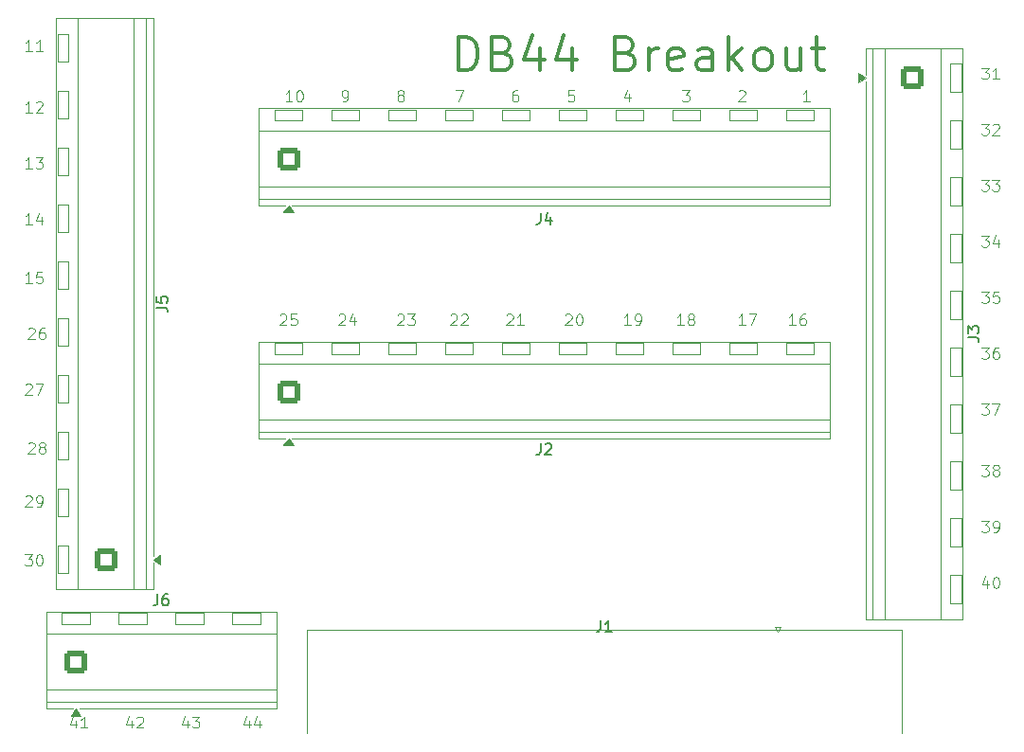
<source format=gto>
G04 #@! TF.GenerationSoftware,KiCad,Pcbnew,9.0.4*
G04 #@! TF.CreationDate,2025-12-21T19:52:19-05:00*
G04 #@! TF.ProjectId,DB44_breakout,44423434-5f62-4726-9561-6b6f75742e6b,rev?*
G04 #@! TF.SameCoordinates,Original*
G04 #@! TF.FileFunction,Legend,Top*
G04 #@! TF.FilePolarity,Positive*
%FSLAX46Y46*%
G04 Gerber Fmt 4.6, Leading zero omitted, Abs format (unit mm)*
G04 Created by KiCad (PCBNEW 9.0.4) date 2025-12-21 19:52:19*
%MOMM*%
%LPD*%
G01*
G04 APERTURE LIST*
G04 Aperture macros list*
%AMRoundRect*
0 Rectangle with rounded corners*
0 $1 Rounding radius*
0 $2 $3 $4 $5 $6 $7 $8 $9 X,Y pos of 4 corners*
0 Add a 4 corners polygon primitive as box body*
4,1,4,$2,$3,$4,$5,$6,$7,$8,$9,$2,$3,0*
0 Add four circle primitives for the rounded corners*
1,1,$1+$1,$2,$3*
1,1,$1+$1,$4,$5*
1,1,$1+$1,$6,$7*
1,1,$1+$1,$8,$9*
0 Add four rect primitives between the rounded corners*
20,1,$1+$1,$2,$3,$4,$5,0*
20,1,$1+$1,$4,$5,$6,$7,0*
20,1,$1+$1,$6,$7,$8,$9,0*
20,1,$1+$1,$8,$9,$2,$3,0*%
G04 Aperture macros list end*
%ADD10C,0.100000*%
%ADD11C,0.375000*%
%ADD12C,0.150000*%
%ADD13C,0.120000*%
%ADD14RoundRect,0.250001X-0.799999X-0.799999X0.799999X-0.799999X0.799999X0.799999X-0.799999X0.799999X0*%
%ADD15C,2.100000*%
%ADD16RoundRect,0.250001X0.799999X-0.799999X0.799999X0.799999X-0.799999X0.799999X-0.799999X-0.799999X0*%
%ADD17RoundRect,0.250001X-0.799999X0.799999X-0.799999X-0.799999X0.799999X-0.799999X0.799999X0.799999X0*%
%ADD18C,4.000000*%
%ADD19R,1.600000X1.600000*%
%ADD20C,1.600000*%
G04 APERTURE END LIST*
D10*
X178208646Y-67372419D02*
X178827693Y-67372419D01*
X178827693Y-67372419D02*
X178494360Y-67753371D01*
X178494360Y-67753371D02*
X178637217Y-67753371D01*
X178637217Y-67753371D02*
X178732455Y-67800990D01*
X178732455Y-67800990D02*
X178780074Y-67848609D01*
X178780074Y-67848609D02*
X178827693Y-67943847D01*
X178827693Y-67943847D02*
X178827693Y-68181942D01*
X178827693Y-68181942D02*
X178780074Y-68277180D01*
X178780074Y-68277180D02*
X178732455Y-68324800D01*
X178732455Y-68324800D02*
X178637217Y-68372419D01*
X178637217Y-68372419D02*
X178351503Y-68372419D01*
X178351503Y-68372419D02*
X178256265Y-68324800D01*
X178256265Y-68324800D02*
X178208646Y-68277180D01*
X179684836Y-67705752D02*
X179684836Y-68372419D01*
X179446741Y-67324800D02*
X179208646Y-68039085D01*
X179208646Y-68039085D02*
X179827693Y-68039085D01*
X141006265Y-74467657D02*
X141053884Y-74420038D01*
X141053884Y-74420038D02*
X141149122Y-74372419D01*
X141149122Y-74372419D02*
X141387217Y-74372419D01*
X141387217Y-74372419D02*
X141482455Y-74420038D01*
X141482455Y-74420038D02*
X141530074Y-74467657D01*
X141530074Y-74467657D02*
X141577693Y-74562895D01*
X141577693Y-74562895D02*
X141577693Y-74658133D01*
X141577693Y-74658133D02*
X141530074Y-74800990D01*
X141530074Y-74800990D02*
X140958646Y-75372419D01*
X140958646Y-75372419D02*
X141577693Y-75372419D01*
X142196741Y-74372419D02*
X142291979Y-74372419D01*
X142291979Y-74372419D02*
X142387217Y-74420038D01*
X142387217Y-74420038D02*
X142434836Y-74467657D01*
X142434836Y-74467657D02*
X142482455Y-74562895D01*
X142482455Y-74562895D02*
X142530074Y-74753371D01*
X142530074Y-74753371D02*
X142530074Y-74991466D01*
X142530074Y-74991466D02*
X142482455Y-75181942D01*
X142482455Y-75181942D02*
X142434836Y-75277180D01*
X142434836Y-75277180D02*
X142387217Y-75324800D01*
X142387217Y-75324800D02*
X142291979Y-75372419D01*
X142291979Y-75372419D02*
X142196741Y-75372419D01*
X142196741Y-75372419D02*
X142101503Y-75324800D01*
X142101503Y-75324800D02*
X142053884Y-75277180D01*
X142053884Y-75277180D02*
X142006265Y-75181942D01*
X142006265Y-75181942D02*
X141958646Y-74991466D01*
X141958646Y-74991466D02*
X141958646Y-74753371D01*
X141958646Y-74753371D02*
X142006265Y-74562895D01*
X142006265Y-74562895D02*
X142053884Y-74467657D01*
X142053884Y-74467657D02*
X142101503Y-74420038D01*
X142101503Y-74420038D02*
X142196741Y-74372419D01*
X121101503Y-55372419D02*
X121291979Y-55372419D01*
X121291979Y-55372419D02*
X121387217Y-55324800D01*
X121387217Y-55324800D02*
X121434836Y-55277180D01*
X121434836Y-55277180D02*
X121530074Y-55134323D01*
X121530074Y-55134323D02*
X121577693Y-54943847D01*
X121577693Y-54943847D02*
X121577693Y-54562895D01*
X121577693Y-54562895D02*
X121530074Y-54467657D01*
X121530074Y-54467657D02*
X121482455Y-54420038D01*
X121482455Y-54420038D02*
X121387217Y-54372419D01*
X121387217Y-54372419D02*
X121196741Y-54372419D01*
X121196741Y-54372419D02*
X121101503Y-54420038D01*
X121101503Y-54420038D02*
X121053884Y-54467657D01*
X121053884Y-54467657D02*
X121006265Y-54562895D01*
X121006265Y-54562895D02*
X121006265Y-54800990D01*
X121006265Y-54800990D02*
X121053884Y-54896228D01*
X121053884Y-54896228D02*
X121101503Y-54943847D01*
X121101503Y-54943847D02*
X121196741Y-54991466D01*
X121196741Y-54991466D02*
X121387217Y-54991466D01*
X121387217Y-54991466D02*
X121482455Y-54943847D01*
X121482455Y-54943847D02*
X121530074Y-54896228D01*
X121530074Y-54896228D02*
X121577693Y-54800990D01*
X92708646Y-95862419D02*
X93327693Y-95862419D01*
X93327693Y-95862419D02*
X92994360Y-96243371D01*
X92994360Y-96243371D02*
X93137217Y-96243371D01*
X93137217Y-96243371D02*
X93232455Y-96290990D01*
X93232455Y-96290990D02*
X93280074Y-96338609D01*
X93280074Y-96338609D02*
X93327693Y-96433847D01*
X93327693Y-96433847D02*
X93327693Y-96671942D01*
X93327693Y-96671942D02*
X93280074Y-96767180D01*
X93280074Y-96767180D02*
X93232455Y-96814800D01*
X93232455Y-96814800D02*
X93137217Y-96862419D01*
X93137217Y-96862419D02*
X92851503Y-96862419D01*
X92851503Y-96862419D02*
X92756265Y-96814800D01*
X92756265Y-96814800D02*
X92708646Y-96767180D01*
X93946741Y-95862419D02*
X94041979Y-95862419D01*
X94041979Y-95862419D02*
X94137217Y-95910038D01*
X94137217Y-95910038D02*
X94184836Y-95957657D01*
X94184836Y-95957657D02*
X94232455Y-96052895D01*
X94232455Y-96052895D02*
X94280074Y-96243371D01*
X94280074Y-96243371D02*
X94280074Y-96481466D01*
X94280074Y-96481466D02*
X94232455Y-96671942D01*
X94232455Y-96671942D02*
X94184836Y-96767180D01*
X94184836Y-96767180D02*
X94137217Y-96814800D01*
X94137217Y-96814800D02*
X94041979Y-96862419D01*
X94041979Y-96862419D02*
X93946741Y-96862419D01*
X93946741Y-96862419D02*
X93851503Y-96814800D01*
X93851503Y-96814800D02*
X93803884Y-96767180D01*
X93803884Y-96767180D02*
X93756265Y-96671942D01*
X93756265Y-96671942D02*
X93708646Y-96481466D01*
X93708646Y-96481466D02*
X93708646Y-96243371D01*
X93708646Y-96243371D02*
X93756265Y-96052895D01*
X93756265Y-96052895D02*
X93803884Y-95957657D01*
X93803884Y-95957657D02*
X93851503Y-95910038D01*
X93851503Y-95910038D02*
X93946741Y-95862419D01*
X178208646Y-57372419D02*
X178827693Y-57372419D01*
X178827693Y-57372419D02*
X178494360Y-57753371D01*
X178494360Y-57753371D02*
X178637217Y-57753371D01*
X178637217Y-57753371D02*
X178732455Y-57800990D01*
X178732455Y-57800990D02*
X178780074Y-57848609D01*
X178780074Y-57848609D02*
X178827693Y-57943847D01*
X178827693Y-57943847D02*
X178827693Y-58181942D01*
X178827693Y-58181942D02*
X178780074Y-58277180D01*
X178780074Y-58277180D02*
X178732455Y-58324800D01*
X178732455Y-58324800D02*
X178637217Y-58372419D01*
X178637217Y-58372419D02*
X178351503Y-58372419D01*
X178351503Y-58372419D02*
X178256265Y-58324800D01*
X178256265Y-58324800D02*
X178208646Y-58277180D01*
X179208646Y-57467657D02*
X179256265Y-57420038D01*
X179256265Y-57420038D02*
X179351503Y-57372419D01*
X179351503Y-57372419D02*
X179589598Y-57372419D01*
X179589598Y-57372419D02*
X179684836Y-57420038D01*
X179684836Y-57420038D02*
X179732455Y-57467657D01*
X179732455Y-57467657D02*
X179780074Y-57562895D01*
X179780074Y-57562895D02*
X179780074Y-57658133D01*
X179780074Y-57658133D02*
X179732455Y-57800990D01*
X179732455Y-57800990D02*
X179161027Y-58372419D01*
X179161027Y-58372419D02*
X179780074Y-58372419D01*
X115506265Y-74467657D02*
X115553884Y-74420038D01*
X115553884Y-74420038D02*
X115649122Y-74372419D01*
X115649122Y-74372419D02*
X115887217Y-74372419D01*
X115887217Y-74372419D02*
X115982455Y-74420038D01*
X115982455Y-74420038D02*
X116030074Y-74467657D01*
X116030074Y-74467657D02*
X116077693Y-74562895D01*
X116077693Y-74562895D02*
X116077693Y-74658133D01*
X116077693Y-74658133D02*
X116030074Y-74800990D01*
X116030074Y-74800990D02*
X115458646Y-75372419D01*
X115458646Y-75372419D02*
X116077693Y-75372419D01*
X116982455Y-74372419D02*
X116506265Y-74372419D01*
X116506265Y-74372419D02*
X116458646Y-74848609D01*
X116458646Y-74848609D02*
X116506265Y-74800990D01*
X116506265Y-74800990D02*
X116601503Y-74753371D01*
X116601503Y-74753371D02*
X116839598Y-74753371D01*
X116839598Y-74753371D02*
X116934836Y-74800990D01*
X116934836Y-74800990D02*
X116982455Y-74848609D01*
X116982455Y-74848609D02*
X117030074Y-74943847D01*
X117030074Y-74943847D02*
X117030074Y-75181942D01*
X117030074Y-75181942D02*
X116982455Y-75277180D01*
X116982455Y-75277180D02*
X116934836Y-75324800D01*
X116934836Y-75324800D02*
X116839598Y-75372419D01*
X116839598Y-75372419D02*
X116601503Y-75372419D01*
X116601503Y-75372419D02*
X116506265Y-75324800D01*
X116506265Y-75324800D02*
X116458646Y-75277180D01*
X135756265Y-74467657D02*
X135803884Y-74420038D01*
X135803884Y-74420038D02*
X135899122Y-74372419D01*
X135899122Y-74372419D02*
X136137217Y-74372419D01*
X136137217Y-74372419D02*
X136232455Y-74420038D01*
X136232455Y-74420038D02*
X136280074Y-74467657D01*
X136280074Y-74467657D02*
X136327693Y-74562895D01*
X136327693Y-74562895D02*
X136327693Y-74658133D01*
X136327693Y-74658133D02*
X136280074Y-74800990D01*
X136280074Y-74800990D02*
X135708646Y-75372419D01*
X135708646Y-75372419D02*
X136327693Y-75372419D01*
X137280074Y-75372419D02*
X136708646Y-75372419D01*
X136994360Y-75372419D02*
X136994360Y-74372419D01*
X136994360Y-74372419D02*
X136899122Y-74515276D01*
X136899122Y-74515276D02*
X136803884Y-74610514D01*
X136803884Y-74610514D02*
X136708646Y-74658133D01*
X157077693Y-75372419D02*
X156506265Y-75372419D01*
X156791979Y-75372419D02*
X156791979Y-74372419D01*
X156791979Y-74372419D02*
X156696741Y-74515276D01*
X156696741Y-74515276D02*
X156601503Y-74610514D01*
X156601503Y-74610514D02*
X156506265Y-74658133D01*
X157411027Y-74372419D02*
X158077693Y-74372419D01*
X158077693Y-74372419D02*
X157649122Y-75372419D01*
X130756265Y-74467657D02*
X130803884Y-74420038D01*
X130803884Y-74420038D02*
X130899122Y-74372419D01*
X130899122Y-74372419D02*
X131137217Y-74372419D01*
X131137217Y-74372419D02*
X131232455Y-74420038D01*
X131232455Y-74420038D02*
X131280074Y-74467657D01*
X131280074Y-74467657D02*
X131327693Y-74562895D01*
X131327693Y-74562895D02*
X131327693Y-74658133D01*
X131327693Y-74658133D02*
X131280074Y-74800990D01*
X131280074Y-74800990D02*
X130708646Y-75372419D01*
X130708646Y-75372419D02*
X131327693Y-75372419D01*
X131708646Y-74467657D02*
X131756265Y-74420038D01*
X131756265Y-74420038D02*
X131851503Y-74372419D01*
X131851503Y-74372419D02*
X132089598Y-74372419D01*
X132089598Y-74372419D02*
X132184836Y-74420038D01*
X132184836Y-74420038D02*
X132232455Y-74467657D01*
X132232455Y-74467657D02*
X132280074Y-74562895D01*
X132280074Y-74562895D02*
X132280074Y-74658133D01*
X132280074Y-74658133D02*
X132232455Y-74800990D01*
X132232455Y-74800990D02*
X131661027Y-75372419D01*
X131661027Y-75372419D02*
X132280074Y-75372419D01*
X93327693Y-50862419D02*
X92756265Y-50862419D01*
X93041979Y-50862419D02*
X93041979Y-49862419D01*
X93041979Y-49862419D02*
X92946741Y-50005276D01*
X92946741Y-50005276D02*
X92851503Y-50100514D01*
X92851503Y-50100514D02*
X92756265Y-50148133D01*
X94280074Y-50862419D02*
X93708646Y-50862419D01*
X93994360Y-50862419D02*
X93994360Y-49862419D01*
X93994360Y-49862419D02*
X93899122Y-50005276D01*
X93899122Y-50005276D02*
X93803884Y-50100514D01*
X93803884Y-50100514D02*
X93708646Y-50148133D01*
X161577693Y-75372419D02*
X161006265Y-75372419D01*
X161291979Y-75372419D02*
X161291979Y-74372419D01*
X161291979Y-74372419D02*
X161196741Y-74515276D01*
X161196741Y-74515276D02*
X161101503Y-74610514D01*
X161101503Y-74610514D02*
X161006265Y-74658133D01*
X162434836Y-74372419D02*
X162244360Y-74372419D01*
X162244360Y-74372419D02*
X162149122Y-74420038D01*
X162149122Y-74420038D02*
X162101503Y-74467657D01*
X162101503Y-74467657D02*
X162006265Y-74610514D01*
X162006265Y-74610514D02*
X161958646Y-74800990D01*
X161958646Y-74800990D02*
X161958646Y-75181942D01*
X161958646Y-75181942D02*
X162006265Y-75277180D01*
X162006265Y-75277180D02*
X162053884Y-75324800D01*
X162053884Y-75324800D02*
X162149122Y-75372419D01*
X162149122Y-75372419D02*
X162339598Y-75372419D01*
X162339598Y-75372419D02*
X162434836Y-75324800D01*
X162434836Y-75324800D02*
X162482455Y-75277180D01*
X162482455Y-75277180D02*
X162530074Y-75181942D01*
X162530074Y-75181942D02*
X162530074Y-74943847D01*
X162530074Y-74943847D02*
X162482455Y-74848609D01*
X162482455Y-74848609D02*
X162434836Y-74800990D01*
X162434836Y-74800990D02*
X162339598Y-74753371D01*
X162339598Y-74753371D02*
X162149122Y-74753371D01*
X162149122Y-74753371D02*
X162053884Y-74800990D01*
X162053884Y-74800990D02*
X162006265Y-74848609D01*
X162006265Y-74848609D02*
X161958646Y-74943847D01*
X178208646Y-82372419D02*
X178827693Y-82372419D01*
X178827693Y-82372419D02*
X178494360Y-82753371D01*
X178494360Y-82753371D02*
X178637217Y-82753371D01*
X178637217Y-82753371D02*
X178732455Y-82800990D01*
X178732455Y-82800990D02*
X178780074Y-82848609D01*
X178780074Y-82848609D02*
X178827693Y-82943847D01*
X178827693Y-82943847D02*
X178827693Y-83181942D01*
X178827693Y-83181942D02*
X178780074Y-83277180D01*
X178780074Y-83277180D02*
X178732455Y-83324800D01*
X178732455Y-83324800D02*
X178637217Y-83372419D01*
X178637217Y-83372419D02*
X178351503Y-83372419D01*
X178351503Y-83372419D02*
X178256265Y-83324800D01*
X178256265Y-83324800D02*
X178208646Y-83277180D01*
X179161027Y-82372419D02*
X179827693Y-82372419D01*
X179827693Y-82372419D02*
X179399122Y-83372419D01*
X92756265Y-90707657D02*
X92803884Y-90660038D01*
X92803884Y-90660038D02*
X92899122Y-90612419D01*
X92899122Y-90612419D02*
X93137217Y-90612419D01*
X93137217Y-90612419D02*
X93232455Y-90660038D01*
X93232455Y-90660038D02*
X93280074Y-90707657D01*
X93280074Y-90707657D02*
X93327693Y-90802895D01*
X93327693Y-90802895D02*
X93327693Y-90898133D01*
X93327693Y-90898133D02*
X93280074Y-91040990D01*
X93280074Y-91040990D02*
X92708646Y-91612419D01*
X92708646Y-91612419D02*
X93327693Y-91612419D01*
X93803884Y-91612419D02*
X93994360Y-91612419D01*
X93994360Y-91612419D02*
X94089598Y-91564800D01*
X94089598Y-91564800D02*
X94137217Y-91517180D01*
X94137217Y-91517180D02*
X94232455Y-91374323D01*
X94232455Y-91374323D02*
X94280074Y-91183847D01*
X94280074Y-91183847D02*
X94280074Y-90802895D01*
X94280074Y-90802895D02*
X94232455Y-90707657D01*
X94232455Y-90707657D02*
X94184836Y-90660038D01*
X94184836Y-90660038D02*
X94089598Y-90612419D01*
X94089598Y-90612419D02*
X93899122Y-90612419D01*
X93899122Y-90612419D02*
X93803884Y-90660038D01*
X93803884Y-90660038D02*
X93756265Y-90707657D01*
X93756265Y-90707657D02*
X93708646Y-90802895D01*
X93708646Y-90802895D02*
X93708646Y-91040990D01*
X93708646Y-91040990D02*
X93756265Y-91136228D01*
X93756265Y-91136228D02*
X93803884Y-91183847D01*
X93803884Y-91183847D02*
X93899122Y-91231466D01*
X93899122Y-91231466D02*
X94089598Y-91231466D01*
X94089598Y-91231466D02*
X94184836Y-91183847D01*
X94184836Y-91183847D02*
X94232455Y-91136228D01*
X94232455Y-91136228D02*
X94280074Y-91040990D01*
X93006265Y-75707657D02*
X93053884Y-75660038D01*
X93053884Y-75660038D02*
X93149122Y-75612419D01*
X93149122Y-75612419D02*
X93387217Y-75612419D01*
X93387217Y-75612419D02*
X93482455Y-75660038D01*
X93482455Y-75660038D02*
X93530074Y-75707657D01*
X93530074Y-75707657D02*
X93577693Y-75802895D01*
X93577693Y-75802895D02*
X93577693Y-75898133D01*
X93577693Y-75898133D02*
X93530074Y-76040990D01*
X93530074Y-76040990D02*
X92958646Y-76612419D01*
X92958646Y-76612419D02*
X93577693Y-76612419D01*
X94434836Y-75612419D02*
X94244360Y-75612419D01*
X94244360Y-75612419D02*
X94149122Y-75660038D01*
X94149122Y-75660038D02*
X94101503Y-75707657D01*
X94101503Y-75707657D02*
X94006265Y-75850514D01*
X94006265Y-75850514D02*
X93958646Y-76040990D01*
X93958646Y-76040990D02*
X93958646Y-76421942D01*
X93958646Y-76421942D02*
X94006265Y-76517180D01*
X94006265Y-76517180D02*
X94053884Y-76564800D01*
X94053884Y-76564800D02*
X94149122Y-76612419D01*
X94149122Y-76612419D02*
X94339598Y-76612419D01*
X94339598Y-76612419D02*
X94434836Y-76564800D01*
X94434836Y-76564800D02*
X94482455Y-76517180D01*
X94482455Y-76517180D02*
X94530074Y-76421942D01*
X94530074Y-76421942D02*
X94530074Y-76183847D01*
X94530074Y-76183847D02*
X94482455Y-76088609D01*
X94482455Y-76088609D02*
X94434836Y-76040990D01*
X94434836Y-76040990D02*
X94339598Y-75993371D01*
X94339598Y-75993371D02*
X94149122Y-75993371D01*
X94149122Y-75993371D02*
X94053884Y-76040990D01*
X94053884Y-76040990D02*
X94006265Y-76088609D01*
X94006265Y-76088609D02*
X93958646Y-76183847D01*
X151458646Y-54372419D02*
X152077693Y-54372419D01*
X152077693Y-54372419D02*
X151744360Y-54753371D01*
X151744360Y-54753371D02*
X151887217Y-54753371D01*
X151887217Y-54753371D02*
X151982455Y-54800990D01*
X151982455Y-54800990D02*
X152030074Y-54848609D01*
X152030074Y-54848609D02*
X152077693Y-54943847D01*
X152077693Y-54943847D02*
X152077693Y-55181942D01*
X152077693Y-55181942D02*
X152030074Y-55277180D01*
X152030074Y-55277180D02*
X151982455Y-55324800D01*
X151982455Y-55324800D02*
X151887217Y-55372419D01*
X151887217Y-55372419D02*
X151601503Y-55372419D01*
X151601503Y-55372419D02*
X151506265Y-55324800D01*
X151506265Y-55324800D02*
X151458646Y-55277180D01*
X178208646Y-77372419D02*
X178827693Y-77372419D01*
X178827693Y-77372419D02*
X178494360Y-77753371D01*
X178494360Y-77753371D02*
X178637217Y-77753371D01*
X178637217Y-77753371D02*
X178732455Y-77800990D01*
X178732455Y-77800990D02*
X178780074Y-77848609D01*
X178780074Y-77848609D02*
X178827693Y-77943847D01*
X178827693Y-77943847D02*
X178827693Y-78181942D01*
X178827693Y-78181942D02*
X178780074Y-78277180D01*
X178780074Y-78277180D02*
X178732455Y-78324800D01*
X178732455Y-78324800D02*
X178637217Y-78372419D01*
X178637217Y-78372419D02*
X178351503Y-78372419D01*
X178351503Y-78372419D02*
X178256265Y-78324800D01*
X178256265Y-78324800D02*
X178208646Y-78277180D01*
X179684836Y-77372419D02*
X179494360Y-77372419D01*
X179494360Y-77372419D02*
X179399122Y-77420038D01*
X179399122Y-77420038D02*
X179351503Y-77467657D01*
X179351503Y-77467657D02*
X179256265Y-77610514D01*
X179256265Y-77610514D02*
X179208646Y-77800990D01*
X179208646Y-77800990D02*
X179208646Y-78181942D01*
X179208646Y-78181942D02*
X179256265Y-78277180D01*
X179256265Y-78277180D02*
X179303884Y-78324800D01*
X179303884Y-78324800D02*
X179399122Y-78372419D01*
X179399122Y-78372419D02*
X179589598Y-78372419D01*
X179589598Y-78372419D02*
X179684836Y-78324800D01*
X179684836Y-78324800D02*
X179732455Y-78277180D01*
X179732455Y-78277180D02*
X179780074Y-78181942D01*
X179780074Y-78181942D02*
X179780074Y-77943847D01*
X179780074Y-77943847D02*
X179732455Y-77848609D01*
X179732455Y-77848609D02*
X179684836Y-77800990D01*
X179684836Y-77800990D02*
X179589598Y-77753371D01*
X179589598Y-77753371D02*
X179399122Y-77753371D01*
X179399122Y-77753371D02*
X179303884Y-77800990D01*
X179303884Y-77800990D02*
X179256265Y-77848609D01*
X179256265Y-77848609D02*
X179208646Y-77943847D01*
X93327693Y-61362419D02*
X92756265Y-61362419D01*
X93041979Y-61362419D02*
X93041979Y-60362419D01*
X93041979Y-60362419D02*
X92946741Y-60505276D01*
X92946741Y-60505276D02*
X92851503Y-60600514D01*
X92851503Y-60600514D02*
X92756265Y-60648133D01*
X93661027Y-60362419D02*
X94280074Y-60362419D01*
X94280074Y-60362419D02*
X93946741Y-60743371D01*
X93946741Y-60743371D02*
X94089598Y-60743371D01*
X94089598Y-60743371D02*
X94184836Y-60790990D01*
X94184836Y-60790990D02*
X94232455Y-60838609D01*
X94232455Y-60838609D02*
X94280074Y-60933847D01*
X94280074Y-60933847D02*
X94280074Y-61171942D01*
X94280074Y-61171942D02*
X94232455Y-61267180D01*
X94232455Y-61267180D02*
X94184836Y-61314800D01*
X94184836Y-61314800D02*
X94089598Y-61362419D01*
X94089598Y-61362419D02*
X93803884Y-61362419D01*
X93803884Y-61362419D02*
X93708646Y-61314800D01*
X93708646Y-61314800D02*
X93661027Y-61267180D01*
X93327693Y-66362419D02*
X92756265Y-66362419D01*
X93041979Y-66362419D02*
X93041979Y-65362419D01*
X93041979Y-65362419D02*
X92946741Y-65505276D01*
X92946741Y-65505276D02*
X92851503Y-65600514D01*
X92851503Y-65600514D02*
X92756265Y-65648133D01*
X94184836Y-65695752D02*
X94184836Y-66362419D01*
X93946741Y-65314800D02*
X93708646Y-66029085D01*
X93708646Y-66029085D02*
X94327693Y-66029085D01*
X93327693Y-71612419D02*
X92756265Y-71612419D01*
X93041979Y-71612419D02*
X93041979Y-70612419D01*
X93041979Y-70612419D02*
X92946741Y-70755276D01*
X92946741Y-70755276D02*
X92851503Y-70850514D01*
X92851503Y-70850514D02*
X92756265Y-70898133D01*
X94232455Y-70612419D02*
X93756265Y-70612419D01*
X93756265Y-70612419D02*
X93708646Y-71088609D01*
X93708646Y-71088609D02*
X93756265Y-71040990D01*
X93756265Y-71040990D02*
X93851503Y-70993371D01*
X93851503Y-70993371D02*
X94089598Y-70993371D01*
X94089598Y-70993371D02*
X94184836Y-71040990D01*
X94184836Y-71040990D02*
X94232455Y-71088609D01*
X94232455Y-71088609D02*
X94280074Y-71183847D01*
X94280074Y-71183847D02*
X94280074Y-71421942D01*
X94280074Y-71421942D02*
X94232455Y-71517180D01*
X94232455Y-71517180D02*
X94184836Y-71564800D01*
X94184836Y-71564800D02*
X94089598Y-71612419D01*
X94089598Y-71612419D02*
X93851503Y-71612419D01*
X93851503Y-71612419D02*
X93756265Y-71564800D01*
X93756265Y-71564800D02*
X93708646Y-71517180D01*
X120756265Y-74467657D02*
X120803884Y-74420038D01*
X120803884Y-74420038D02*
X120899122Y-74372419D01*
X120899122Y-74372419D02*
X121137217Y-74372419D01*
X121137217Y-74372419D02*
X121232455Y-74420038D01*
X121232455Y-74420038D02*
X121280074Y-74467657D01*
X121280074Y-74467657D02*
X121327693Y-74562895D01*
X121327693Y-74562895D02*
X121327693Y-74658133D01*
X121327693Y-74658133D02*
X121280074Y-74800990D01*
X121280074Y-74800990D02*
X120708646Y-75372419D01*
X120708646Y-75372419D02*
X121327693Y-75372419D01*
X122184836Y-74705752D02*
X122184836Y-75372419D01*
X121946741Y-74324800D02*
X121708646Y-75039085D01*
X121708646Y-75039085D02*
X122327693Y-75039085D01*
X116577693Y-55372419D02*
X116006265Y-55372419D01*
X116291979Y-55372419D02*
X116291979Y-54372419D01*
X116291979Y-54372419D02*
X116196741Y-54515276D01*
X116196741Y-54515276D02*
X116101503Y-54610514D01*
X116101503Y-54610514D02*
X116006265Y-54658133D01*
X117196741Y-54372419D02*
X117291979Y-54372419D01*
X117291979Y-54372419D02*
X117387217Y-54420038D01*
X117387217Y-54420038D02*
X117434836Y-54467657D01*
X117434836Y-54467657D02*
X117482455Y-54562895D01*
X117482455Y-54562895D02*
X117530074Y-54753371D01*
X117530074Y-54753371D02*
X117530074Y-54991466D01*
X117530074Y-54991466D02*
X117482455Y-55181942D01*
X117482455Y-55181942D02*
X117434836Y-55277180D01*
X117434836Y-55277180D02*
X117387217Y-55324800D01*
X117387217Y-55324800D02*
X117291979Y-55372419D01*
X117291979Y-55372419D02*
X117196741Y-55372419D01*
X117196741Y-55372419D02*
X117101503Y-55324800D01*
X117101503Y-55324800D02*
X117053884Y-55277180D01*
X117053884Y-55277180D02*
X117006265Y-55181942D01*
X117006265Y-55181942D02*
X116958646Y-54991466D01*
X116958646Y-54991466D02*
X116958646Y-54753371D01*
X116958646Y-54753371D02*
X117006265Y-54562895D01*
X117006265Y-54562895D02*
X117053884Y-54467657D01*
X117053884Y-54467657D02*
X117101503Y-54420038D01*
X117101503Y-54420038D02*
X117196741Y-54372419D01*
X178208646Y-92872419D02*
X178827693Y-92872419D01*
X178827693Y-92872419D02*
X178494360Y-93253371D01*
X178494360Y-93253371D02*
X178637217Y-93253371D01*
X178637217Y-93253371D02*
X178732455Y-93300990D01*
X178732455Y-93300990D02*
X178780074Y-93348609D01*
X178780074Y-93348609D02*
X178827693Y-93443847D01*
X178827693Y-93443847D02*
X178827693Y-93681942D01*
X178827693Y-93681942D02*
X178780074Y-93777180D01*
X178780074Y-93777180D02*
X178732455Y-93824800D01*
X178732455Y-93824800D02*
X178637217Y-93872419D01*
X178637217Y-93872419D02*
X178351503Y-93872419D01*
X178351503Y-93872419D02*
X178256265Y-93824800D01*
X178256265Y-93824800D02*
X178208646Y-93777180D01*
X179303884Y-93872419D02*
X179494360Y-93872419D01*
X179494360Y-93872419D02*
X179589598Y-93824800D01*
X179589598Y-93824800D02*
X179637217Y-93777180D01*
X179637217Y-93777180D02*
X179732455Y-93634323D01*
X179732455Y-93634323D02*
X179780074Y-93443847D01*
X179780074Y-93443847D02*
X179780074Y-93062895D01*
X179780074Y-93062895D02*
X179732455Y-92967657D01*
X179732455Y-92967657D02*
X179684836Y-92920038D01*
X179684836Y-92920038D02*
X179589598Y-92872419D01*
X179589598Y-92872419D02*
X179399122Y-92872419D01*
X179399122Y-92872419D02*
X179303884Y-92920038D01*
X179303884Y-92920038D02*
X179256265Y-92967657D01*
X179256265Y-92967657D02*
X179208646Y-93062895D01*
X179208646Y-93062895D02*
X179208646Y-93300990D01*
X179208646Y-93300990D02*
X179256265Y-93396228D01*
X179256265Y-93396228D02*
X179303884Y-93443847D01*
X179303884Y-93443847D02*
X179399122Y-93491466D01*
X179399122Y-93491466D02*
X179589598Y-93491466D01*
X179589598Y-93491466D02*
X179684836Y-93443847D01*
X179684836Y-93443847D02*
X179732455Y-93396228D01*
X179732455Y-93396228D02*
X179780074Y-93300990D01*
X178208646Y-87872419D02*
X178827693Y-87872419D01*
X178827693Y-87872419D02*
X178494360Y-88253371D01*
X178494360Y-88253371D02*
X178637217Y-88253371D01*
X178637217Y-88253371D02*
X178732455Y-88300990D01*
X178732455Y-88300990D02*
X178780074Y-88348609D01*
X178780074Y-88348609D02*
X178827693Y-88443847D01*
X178827693Y-88443847D02*
X178827693Y-88681942D01*
X178827693Y-88681942D02*
X178780074Y-88777180D01*
X178780074Y-88777180D02*
X178732455Y-88824800D01*
X178732455Y-88824800D02*
X178637217Y-88872419D01*
X178637217Y-88872419D02*
X178351503Y-88872419D01*
X178351503Y-88872419D02*
X178256265Y-88824800D01*
X178256265Y-88824800D02*
X178208646Y-88777180D01*
X179399122Y-88300990D02*
X179303884Y-88253371D01*
X179303884Y-88253371D02*
X179256265Y-88205752D01*
X179256265Y-88205752D02*
X179208646Y-88110514D01*
X179208646Y-88110514D02*
X179208646Y-88062895D01*
X179208646Y-88062895D02*
X179256265Y-87967657D01*
X179256265Y-87967657D02*
X179303884Y-87920038D01*
X179303884Y-87920038D02*
X179399122Y-87872419D01*
X179399122Y-87872419D02*
X179589598Y-87872419D01*
X179589598Y-87872419D02*
X179684836Y-87920038D01*
X179684836Y-87920038D02*
X179732455Y-87967657D01*
X179732455Y-87967657D02*
X179780074Y-88062895D01*
X179780074Y-88062895D02*
X179780074Y-88110514D01*
X179780074Y-88110514D02*
X179732455Y-88205752D01*
X179732455Y-88205752D02*
X179684836Y-88253371D01*
X179684836Y-88253371D02*
X179589598Y-88300990D01*
X179589598Y-88300990D02*
X179399122Y-88300990D01*
X179399122Y-88300990D02*
X179303884Y-88348609D01*
X179303884Y-88348609D02*
X179256265Y-88396228D01*
X179256265Y-88396228D02*
X179208646Y-88491466D01*
X179208646Y-88491466D02*
X179208646Y-88681942D01*
X179208646Y-88681942D02*
X179256265Y-88777180D01*
X179256265Y-88777180D02*
X179303884Y-88824800D01*
X179303884Y-88824800D02*
X179399122Y-88872419D01*
X179399122Y-88872419D02*
X179589598Y-88872419D01*
X179589598Y-88872419D02*
X179684836Y-88824800D01*
X179684836Y-88824800D02*
X179732455Y-88777180D01*
X179732455Y-88777180D02*
X179780074Y-88681942D01*
X179780074Y-88681942D02*
X179780074Y-88491466D01*
X179780074Y-88491466D02*
X179732455Y-88396228D01*
X179732455Y-88396228D02*
X179684836Y-88348609D01*
X179684836Y-88348609D02*
X179589598Y-88300990D01*
X146732455Y-54705752D02*
X146732455Y-55372419D01*
X146494360Y-54324800D02*
X146256265Y-55039085D01*
X146256265Y-55039085D02*
X146875312Y-55039085D01*
X178208646Y-62372419D02*
X178827693Y-62372419D01*
X178827693Y-62372419D02*
X178494360Y-62753371D01*
X178494360Y-62753371D02*
X178637217Y-62753371D01*
X178637217Y-62753371D02*
X178732455Y-62800990D01*
X178732455Y-62800990D02*
X178780074Y-62848609D01*
X178780074Y-62848609D02*
X178827693Y-62943847D01*
X178827693Y-62943847D02*
X178827693Y-63181942D01*
X178827693Y-63181942D02*
X178780074Y-63277180D01*
X178780074Y-63277180D02*
X178732455Y-63324800D01*
X178732455Y-63324800D02*
X178637217Y-63372419D01*
X178637217Y-63372419D02*
X178351503Y-63372419D01*
X178351503Y-63372419D02*
X178256265Y-63324800D01*
X178256265Y-63324800D02*
X178208646Y-63277180D01*
X179161027Y-62372419D02*
X179780074Y-62372419D01*
X179780074Y-62372419D02*
X179446741Y-62753371D01*
X179446741Y-62753371D02*
X179589598Y-62753371D01*
X179589598Y-62753371D02*
X179684836Y-62800990D01*
X179684836Y-62800990D02*
X179732455Y-62848609D01*
X179732455Y-62848609D02*
X179780074Y-62943847D01*
X179780074Y-62943847D02*
X179780074Y-63181942D01*
X179780074Y-63181942D02*
X179732455Y-63277180D01*
X179732455Y-63277180D02*
X179684836Y-63324800D01*
X179684836Y-63324800D02*
X179589598Y-63372419D01*
X179589598Y-63372419D02*
X179303884Y-63372419D01*
X179303884Y-63372419D02*
X179208646Y-63324800D01*
X179208646Y-63324800D02*
X179161027Y-63277180D01*
X107232455Y-110705752D02*
X107232455Y-111372419D01*
X106994360Y-110324800D02*
X106756265Y-111039085D01*
X106756265Y-111039085D02*
X107375312Y-111039085D01*
X107661027Y-110372419D02*
X108280074Y-110372419D01*
X108280074Y-110372419D02*
X107946741Y-110753371D01*
X107946741Y-110753371D02*
X108089598Y-110753371D01*
X108089598Y-110753371D02*
X108184836Y-110800990D01*
X108184836Y-110800990D02*
X108232455Y-110848609D01*
X108232455Y-110848609D02*
X108280074Y-110943847D01*
X108280074Y-110943847D02*
X108280074Y-111181942D01*
X108280074Y-111181942D02*
X108232455Y-111277180D01*
X108232455Y-111277180D02*
X108184836Y-111324800D01*
X108184836Y-111324800D02*
X108089598Y-111372419D01*
X108089598Y-111372419D02*
X107803884Y-111372419D01*
X107803884Y-111372419D02*
X107708646Y-111324800D01*
X107708646Y-111324800D02*
X107661027Y-111277180D01*
X102232455Y-110705752D02*
X102232455Y-111372419D01*
X101994360Y-110324800D02*
X101756265Y-111039085D01*
X101756265Y-111039085D02*
X102375312Y-111039085D01*
X102708646Y-110467657D02*
X102756265Y-110420038D01*
X102756265Y-110420038D02*
X102851503Y-110372419D01*
X102851503Y-110372419D02*
X103089598Y-110372419D01*
X103089598Y-110372419D02*
X103184836Y-110420038D01*
X103184836Y-110420038D02*
X103232455Y-110467657D01*
X103232455Y-110467657D02*
X103280074Y-110562895D01*
X103280074Y-110562895D02*
X103280074Y-110658133D01*
X103280074Y-110658133D02*
X103232455Y-110800990D01*
X103232455Y-110800990D02*
X102661027Y-111372419D01*
X102661027Y-111372419D02*
X103280074Y-111372419D01*
X151577693Y-75372419D02*
X151006265Y-75372419D01*
X151291979Y-75372419D02*
X151291979Y-74372419D01*
X151291979Y-74372419D02*
X151196741Y-74515276D01*
X151196741Y-74515276D02*
X151101503Y-74610514D01*
X151101503Y-74610514D02*
X151006265Y-74658133D01*
X152149122Y-74800990D02*
X152053884Y-74753371D01*
X152053884Y-74753371D02*
X152006265Y-74705752D01*
X152006265Y-74705752D02*
X151958646Y-74610514D01*
X151958646Y-74610514D02*
X151958646Y-74562895D01*
X151958646Y-74562895D02*
X152006265Y-74467657D01*
X152006265Y-74467657D02*
X152053884Y-74420038D01*
X152053884Y-74420038D02*
X152149122Y-74372419D01*
X152149122Y-74372419D02*
X152339598Y-74372419D01*
X152339598Y-74372419D02*
X152434836Y-74420038D01*
X152434836Y-74420038D02*
X152482455Y-74467657D01*
X152482455Y-74467657D02*
X152530074Y-74562895D01*
X152530074Y-74562895D02*
X152530074Y-74610514D01*
X152530074Y-74610514D02*
X152482455Y-74705752D01*
X152482455Y-74705752D02*
X152434836Y-74753371D01*
X152434836Y-74753371D02*
X152339598Y-74800990D01*
X152339598Y-74800990D02*
X152149122Y-74800990D01*
X152149122Y-74800990D02*
X152053884Y-74848609D01*
X152053884Y-74848609D02*
X152006265Y-74896228D01*
X152006265Y-74896228D02*
X151958646Y-74991466D01*
X151958646Y-74991466D02*
X151958646Y-75181942D01*
X151958646Y-75181942D02*
X152006265Y-75277180D01*
X152006265Y-75277180D02*
X152053884Y-75324800D01*
X152053884Y-75324800D02*
X152149122Y-75372419D01*
X152149122Y-75372419D02*
X152339598Y-75372419D01*
X152339598Y-75372419D02*
X152434836Y-75324800D01*
X152434836Y-75324800D02*
X152482455Y-75277180D01*
X152482455Y-75277180D02*
X152530074Y-75181942D01*
X152530074Y-75181942D02*
X152530074Y-74991466D01*
X152530074Y-74991466D02*
X152482455Y-74896228D01*
X152482455Y-74896228D02*
X152434836Y-74848609D01*
X152434836Y-74848609D02*
X152339598Y-74800990D01*
X97232455Y-110705752D02*
X97232455Y-111372419D01*
X96994360Y-110324800D02*
X96756265Y-111039085D01*
X96756265Y-111039085D02*
X97375312Y-111039085D01*
X98280074Y-111372419D02*
X97708646Y-111372419D01*
X97994360Y-111372419D02*
X97994360Y-110372419D01*
X97994360Y-110372419D02*
X97899122Y-110515276D01*
X97899122Y-110515276D02*
X97803884Y-110610514D01*
X97803884Y-110610514D02*
X97708646Y-110658133D01*
X178208646Y-52372419D02*
X178827693Y-52372419D01*
X178827693Y-52372419D02*
X178494360Y-52753371D01*
X178494360Y-52753371D02*
X178637217Y-52753371D01*
X178637217Y-52753371D02*
X178732455Y-52800990D01*
X178732455Y-52800990D02*
X178780074Y-52848609D01*
X178780074Y-52848609D02*
X178827693Y-52943847D01*
X178827693Y-52943847D02*
X178827693Y-53181942D01*
X178827693Y-53181942D02*
X178780074Y-53277180D01*
X178780074Y-53277180D02*
X178732455Y-53324800D01*
X178732455Y-53324800D02*
X178637217Y-53372419D01*
X178637217Y-53372419D02*
X178351503Y-53372419D01*
X178351503Y-53372419D02*
X178256265Y-53324800D01*
X178256265Y-53324800D02*
X178208646Y-53277180D01*
X179780074Y-53372419D02*
X179208646Y-53372419D01*
X179494360Y-53372419D02*
X179494360Y-52372419D01*
X179494360Y-52372419D02*
X179399122Y-52515276D01*
X179399122Y-52515276D02*
X179303884Y-52610514D01*
X179303884Y-52610514D02*
X179208646Y-52658133D01*
X126006265Y-74467657D02*
X126053884Y-74420038D01*
X126053884Y-74420038D02*
X126149122Y-74372419D01*
X126149122Y-74372419D02*
X126387217Y-74372419D01*
X126387217Y-74372419D02*
X126482455Y-74420038D01*
X126482455Y-74420038D02*
X126530074Y-74467657D01*
X126530074Y-74467657D02*
X126577693Y-74562895D01*
X126577693Y-74562895D02*
X126577693Y-74658133D01*
X126577693Y-74658133D02*
X126530074Y-74800990D01*
X126530074Y-74800990D02*
X125958646Y-75372419D01*
X125958646Y-75372419D02*
X126577693Y-75372419D01*
X126911027Y-74372419D02*
X127530074Y-74372419D01*
X127530074Y-74372419D02*
X127196741Y-74753371D01*
X127196741Y-74753371D02*
X127339598Y-74753371D01*
X127339598Y-74753371D02*
X127434836Y-74800990D01*
X127434836Y-74800990D02*
X127482455Y-74848609D01*
X127482455Y-74848609D02*
X127530074Y-74943847D01*
X127530074Y-74943847D02*
X127530074Y-75181942D01*
X127530074Y-75181942D02*
X127482455Y-75277180D01*
X127482455Y-75277180D02*
X127434836Y-75324800D01*
X127434836Y-75324800D02*
X127339598Y-75372419D01*
X127339598Y-75372419D02*
X127053884Y-75372419D01*
X127053884Y-75372419D02*
X126958646Y-75324800D01*
X126958646Y-75324800D02*
X126911027Y-75277180D01*
X178208646Y-72372419D02*
X178827693Y-72372419D01*
X178827693Y-72372419D02*
X178494360Y-72753371D01*
X178494360Y-72753371D02*
X178637217Y-72753371D01*
X178637217Y-72753371D02*
X178732455Y-72800990D01*
X178732455Y-72800990D02*
X178780074Y-72848609D01*
X178780074Y-72848609D02*
X178827693Y-72943847D01*
X178827693Y-72943847D02*
X178827693Y-73181942D01*
X178827693Y-73181942D02*
X178780074Y-73277180D01*
X178780074Y-73277180D02*
X178732455Y-73324800D01*
X178732455Y-73324800D02*
X178637217Y-73372419D01*
X178637217Y-73372419D02*
X178351503Y-73372419D01*
X178351503Y-73372419D02*
X178256265Y-73324800D01*
X178256265Y-73324800D02*
X178208646Y-73277180D01*
X179732455Y-72372419D02*
X179256265Y-72372419D01*
X179256265Y-72372419D02*
X179208646Y-72848609D01*
X179208646Y-72848609D02*
X179256265Y-72800990D01*
X179256265Y-72800990D02*
X179351503Y-72753371D01*
X179351503Y-72753371D02*
X179589598Y-72753371D01*
X179589598Y-72753371D02*
X179684836Y-72800990D01*
X179684836Y-72800990D02*
X179732455Y-72848609D01*
X179732455Y-72848609D02*
X179780074Y-72943847D01*
X179780074Y-72943847D02*
X179780074Y-73181942D01*
X179780074Y-73181942D02*
X179732455Y-73277180D01*
X179732455Y-73277180D02*
X179684836Y-73324800D01*
X179684836Y-73324800D02*
X179589598Y-73372419D01*
X179589598Y-73372419D02*
X179351503Y-73372419D01*
X179351503Y-73372419D02*
X179256265Y-73324800D01*
X179256265Y-73324800D02*
X179208646Y-73277180D01*
X92756265Y-80707657D02*
X92803884Y-80660038D01*
X92803884Y-80660038D02*
X92899122Y-80612419D01*
X92899122Y-80612419D02*
X93137217Y-80612419D01*
X93137217Y-80612419D02*
X93232455Y-80660038D01*
X93232455Y-80660038D02*
X93280074Y-80707657D01*
X93280074Y-80707657D02*
X93327693Y-80802895D01*
X93327693Y-80802895D02*
X93327693Y-80898133D01*
X93327693Y-80898133D02*
X93280074Y-81040990D01*
X93280074Y-81040990D02*
X92708646Y-81612419D01*
X92708646Y-81612419D02*
X93327693Y-81612419D01*
X93661027Y-80612419D02*
X94327693Y-80612419D01*
X94327693Y-80612419D02*
X93899122Y-81612419D01*
X126196741Y-54800990D02*
X126101503Y-54753371D01*
X126101503Y-54753371D02*
X126053884Y-54705752D01*
X126053884Y-54705752D02*
X126006265Y-54610514D01*
X126006265Y-54610514D02*
X126006265Y-54562895D01*
X126006265Y-54562895D02*
X126053884Y-54467657D01*
X126053884Y-54467657D02*
X126101503Y-54420038D01*
X126101503Y-54420038D02*
X126196741Y-54372419D01*
X126196741Y-54372419D02*
X126387217Y-54372419D01*
X126387217Y-54372419D02*
X126482455Y-54420038D01*
X126482455Y-54420038D02*
X126530074Y-54467657D01*
X126530074Y-54467657D02*
X126577693Y-54562895D01*
X126577693Y-54562895D02*
X126577693Y-54610514D01*
X126577693Y-54610514D02*
X126530074Y-54705752D01*
X126530074Y-54705752D02*
X126482455Y-54753371D01*
X126482455Y-54753371D02*
X126387217Y-54800990D01*
X126387217Y-54800990D02*
X126196741Y-54800990D01*
X126196741Y-54800990D02*
X126101503Y-54848609D01*
X126101503Y-54848609D02*
X126053884Y-54896228D01*
X126053884Y-54896228D02*
X126006265Y-54991466D01*
X126006265Y-54991466D02*
X126006265Y-55181942D01*
X126006265Y-55181942D02*
X126053884Y-55277180D01*
X126053884Y-55277180D02*
X126101503Y-55324800D01*
X126101503Y-55324800D02*
X126196741Y-55372419D01*
X126196741Y-55372419D02*
X126387217Y-55372419D01*
X126387217Y-55372419D02*
X126482455Y-55324800D01*
X126482455Y-55324800D02*
X126530074Y-55277180D01*
X126530074Y-55277180D02*
X126577693Y-55181942D01*
X126577693Y-55181942D02*
X126577693Y-54991466D01*
X126577693Y-54991466D02*
X126530074Y-54896228D01*
X126530074Y-54896228D02*
X126482455Y-54848609D01*
X126482455Y-54848609D02*
X126387217Y-54800990D01*
X178732455Y-98205752D02*
X178732455Y-98872419D01*
X178494360Y-97824800D02*
X178256265Y-98539085D01*
X178256265Y-98539085D02*
X178875312Y-98539085D01*
X179446741Y-97872419D02*
X179541979Y-97872419D01*
X179541979Y-97872419D02*
X179637217Y-97920038D01*
X179637217Y-97920038D02*
X179684836Y-97967657D01*
X179684836Y-97967657D02*
X179732455Y-98062895D01*
X179732455Y-98062895D02*
X179780074Y-98253371D01*
X179780074Y-98253371D02*
X179780074Y-98491466D01*
X179780074Y-98491466D02*
X179732455Y-98681942D01*
X179732455Y-98681942D02*
X179684836Y-98777180D01*
X179684836Y-98777180D02*
X179637217Y-98824800D01*
X179637217Y-98824800D02*
X179541979Y-98872419D01*
X179541979Y-98872419D02*
X179446741Y-98872419D01*
X179446741Y-98872419D02*
X179351503Y-98824800D01*
X179351503Y-98824800D02*
X179303884Y-98777180D01*
X179303884Y-98777180D02*
X179256265Y-98681942D01*
X179256265Y-98681942D02*
X179208646Y-98491466D01*
X179208646Y-98491466D02*
X179208646Y-98253371D01*
X179208646Y-98253371D02*
X179256265Y-98062895D01*
X179256265Y-98062895D02*
X179303884Y-97967657D01*
X179303884Y-97967657D02*
X179351503Y-97920038D01*
X179351503Y-97920038D02*
X179446741Y-97872419D01*
D11*
X131460995Y-52613357D02*
X131460995Y-49613357D01*
X131460995Y-49613357D02*
X132175281Y-49613357D01*
X132175281Y-49613357D02*
X132603852Y-49756214D01*
X132603852Y-49756214D02*
X132889567Y-50041928D01*
X132889567Y-50041928D02*
X133032424Y-50327642D01*
X133032424Y-50327642D02*
X133175281Y-50899071D01*
X133175281Y-50899071D02*
X133175281Y-51327642D01*
X133175281Y-51327642D02*
X133032424Y-51899071D01*
X133032424Y-51899071D02*
X132889567Y-52184785D01*
X132889567Y-52184785D02*
X132603852Y-52470500D01*
X132603852Y-52470500D02*
X132175281Y-52613357D01*
X132175281Y-52613357D02*
X131460995Y-52613357D01*
X135460995Y-51041928D02*
X135889567Y-51184785D01*
X135889567Y-51184785D02*
X136032424Y-51327642D01*
X136032424Y-51327642D02*
X136175281Y-51613357D01*
X136175281Y-51613357D02*
X136175281Y-52041928D01*
X136175281Y-52041928D02*
X136032424Y-52327642D01*
X136032424Y-52327642D02*
X135889567Y-52470500D01*
X135889567Y-52470500D02*
X135603852Y-52613357D01*
X135603852Y-52613357D02*
X134460995Y-52613357D01*
X134460995Y-52613357D02*
X134460995Y-49613357D01*
X134460995Y-49613357D02*
X135460995Y-49613357D01*
X135460995Y-49613357D02*
X135746710Y-49756214D01*
X135746710Y-49756214D02*
X135889567Y-49899071D01*
X135889567Y-49899071D02*
X136032424Y-50184785D01*
X136032424Y-50184785D02*
X136032424Y-50470500D01*
X136032424Y-50470500D02*
X135889567Y-50756214D01*
X135889567Y-50756214D02*
X135746710Y-50899071D01*
X135746710Y-50899071D02*
X135460995Y-51041928D01*
X135460995Y-51041928D02*
X134460995Y-51041928D01*
X138746710Y-50613357D02*
X138746710Y-52613357D01*
X138032424Y-49470500D02*
X137318138Y-51613357D01*
X137318138Y-51613357D02*
X139175281Y-51613357D01*
X141603853Y-50613357D02*
X141603853Y-52613357D01*
X140889567Y-49470500D02*
X140175281Y-51613357D01*
X140175281Y-51613357D02*
X142032424Y-51613357D01*
X146460995Y-51041928D02*
X146889567Y-51184785D01*
X146889567Y-51184785D02*
X147032424Y-51327642D01*
X147032424Y-51327642D02*
X147175281Y-51613357D01*
X147175281Y-51613357D02*
X147175281Y-52041928D01*
X147175281Y-52041928D02*
X147032424Y-52327642D01*
X147032424Y-52327642D02*
X146889567Y-52470500D01*
X146889567Y-52470500D02*
X146603852Y-52613357D01*
X146603852Y-52613357D02*
X145460995Y-52613357D01*
X145460995Y-52613357D02*
X145460995Y-49613357D01*
X145460995Y-49613357D02*
X146460995Y-49613357D01*
X146460995Y-49613357D02*
X146746710Y-49756214D01*
X146746710Y-49756214D02*
X146889567Y-49899071D01*
X146889567Y-49899071D02*
X147032424Y-50184785D01*
X147032424Y-50184785D02*
X147032424Y-50470500D01*
X147032424Y-50470500D02*
X146889567Y-50756214D01*
X146889567Y-50756214D02*
X146746710Y-50899071D01*
X146746710Y-50899071D02*
X146460995Y-51041928D01*
X146460995Y-51041928D02*
X145460995Y-51041928D01*
X148460995Y-52613357D02*
X148460995Y-50613357D01*
X148460995Y-51184785D02*
X148603852Y-50899071D01*
X148603852Y-50899071D02*
X148746710Y-50756214D01*
X148746710Y-50756214D02*
X149032424Y-50613357D01*
X149032424Y-50613357D02*
X149318138Y-50613357D01*
X151460995Y-52470500D02*
X151175281Y-52613357D01*
X151175281Y-52613357D02*
X150603853Y-52613357D01*
X150603853Y-52613357D02*
X150318138Y-52470500D01*
X150318138Y-52470500D02*
X150175281Y-52184785D01*
X150175281Y-52184785D02*
X150175281Y-51041928D01*
X150175281Y-51041928D02*
X150318138Y-50756214D01*
X150318138Y-50756214D02*
X150603853Y-50613357D01*
X150603853Y-50613357D02*
X151175281Y-50613357D01*
X151175281Y-50613357D02*
X151460995Y-50756214D01*
X151460995Y-50756214D02*
X151603853Y-51041928D01*
X151603853Y-51041928D02*
X151603853Y-51327642D01*
X151603853Y-51327642D02*
X150175281Y-51613357D01*
X154175282Y-52613357D02*
X154175282Y-51041928D01*
X154175282Y-51041928D02*
X154032424Y-50756214D01*
X154032424Y-50756214D02*
X153746710Y-50613357D01*
X153746710Y-50613357D02*
X153175282Y-50613357D01*
X153175282Y-50613357D02*
X152889567Y-50756214D01*
X154175282Y-52470500D02*
X153889567Y-52613357D01*
X153889567Y-52613357D02*
X153175282Y-52613357D01*
X153175282Y-52613357D02*
X152889567Y-52470500D01*
X152889567Y-52470500D02*
X152746710Y-52184785D01*
X152746710Y-52184785D02*
X152746710Y-51899071D01*
X152746710Y-51899071D02*
X152889567Y-51613357D01*
X152889567Y-51613357D02*
X153175282Y-51470500D01*
X153175282Y-51470500D02*
X153889567Y-51470500D01*
X153889567Y-51470500D02*
X154175282Y-51327642D01*
X155603853Y-52613357D02*
X155603853Y-49613357D01*
X155889568Y-51470500D02*
X156746710Y-52613357D01*
X156746710Y-50613357D02*
X155603853Y-51756214D01*
X158460996Y-52613357D02*
X158175281Y-52470500D01*
X158175281Y-52470500D02*
X158032424Y-52327642D01*
X158032424Y-52327642D02*
X157889567Y-52041928D01*
X157889567Y-52041928D02*
X157889567Y-51184785D01*
X157889567Y-51184785D02*
X158032424Y-50899071D01*
X158032424Y-50899071D02*
X158175281Y-50756214D01*
X158175281Y-50756214D02*
X158460996Y-50613357D01*
X158460996Y-50613357D02*
X158889567Y-50613357D01*
X158889567Y-50613357D02*
X159175281Y-50756214D01*
X159175281Y-50756214D02*
X159318139Y-50899071D01*
X159318139Y-50899071D02*
X159460996Y-51184785D01*
X159460996Y-51184785D02*
X159460996Y-52041928D01*
X159460996Y-52041928D02*
X159318139Y-52327642D01*
X159318139Y-52327642D02*
X159175281Y-52470500D01*
X159175281Y-52470500D02*
X158889567Y-52613357D01*
X158889567Y-52613357D02*
X158460996Y-52613357D01*
X162032425Y-50613357D02*
X162032425Y-52613357D01*
X160746710Y-50613357D02*
X160746710Y-52184785D01*
X160746710Y-52184785D02*
X160889567Y-52470500D01*
X160889567Y-52470500D02*
X161175282Y-52613357D01*
X161175282Y-52613357D02*
X161603853Y-52613357D01*
X161603853Y-52613357D02*
X161889567Y-52470500D01*
X161889567Y-52470500D02*
X162032425Y-52327642D01*
X163032425Y-50613357D02*
X164175282Y-50613357D01*
X163460996Y-49613357D02*
X163460996Y-52184785D01*
X163460996Y-52184785D02*
X163603853Y-52470500D01*
X163603853Y-52470500D02*
X163889568Y-52613357D01*
X163889568Y-52613357D02*
X164175282Y-52613357D01*
D10*
X141780074Y-54372419D02*
X141303884Y-54372419D01*
X141303884Y-54372419D02*
X141256265Y-54848609D01*
X141256265Y-54848609D02*
X141303884Y-54800990D01*
X141303884Y-54800990D02*
X141399122Y-54753371D01*
X141399122Y-54753371D02*
X141637217Y-54753371D01*
X141637217Y-54753371D02*
X141732455Y-54800990D01*
X141732455Y-54800990D02*
X141780074Y-54848609D01*
X141780074Y-54848609D02*
X141827693Y-54943847D01*
X141827693Y-54943847D02*
X141827693Y-55181942D01*
X141827693Y-55181942D02*
X141780074Y-55277180D01*
X141780074Y-55277180D02*
X141732455Y-55324800D01*
X141732455Y-55324800D02*
X141637217Y-55372419D01*
X141637217Y-55372419D02*
X141399122Y-55372419D01*
X141399122Y-55372419D02*
X141303884Y-55324800D01*
X141303884Y-55324800D02*
X141256265Y-55277180D01*
X93006265Y-85957657D02*
X93053884Y-85910038D01*
X93053884Y-85910038D02*
X93149122Y-85862419D01*
X93149122Y-85862419D02*
X93387217Y-85862419D01*
X93387217Y-85862419D02*
X93482455Y-85910038D01*
X93482455Y-85910038D02*
X93530074Y-85957657D01*
X93530074Y-85957657D02*
X93577693Y-86052895D01*
X93577693Y-86052895D02*
X93577693Y-86148133D01*
X93577693Y-86148133D02*
X93530074Y-86290990D01*
X93530074Y-86290990D02*
X92958646Y-86862419D01*
X92958646Y-86862419D02*
X93577693Y-86862419D01*
X94149122Y-86290990D02*
X94053884Y-86243371D01*
X94053884Y-86243371D02*
X94006265Y-86195752D01*
X94006265Y-86195752D02*
X93958646Y-86100514D01*
X93958646Y-86100514D02*
X93958646Y-86052895D01*
X93958646Y-86052895D02*
X94006265Y-85957657D01*
X94006265Y-85957657D02*
X94053884Y-85910038D01*
X94053884Y-85910038D02*
X94149122Y-85862419D01*
X94149122Y-85862419D02*
X94339598Y-85862419D01*
X94339598Y-85862419D02*
X94434836Y-85910038D01*
X94434836Y-85910038D02*
X94482455Y-85957657D01*
X94482455Y-85957657D02*
X94530074Y-86052895D01*
X94530074Y-86052895D02*
X94530074Y-86100514D01*
X94530074Y-86100514D02*
X94482455Y-86195752D01*
X94482455Y-86195752D02*
X94434836Y-86243371D01*
X94434836Y-86243371D02*
X94339598Y-86290990D01*
X94339598Y-86290990D02*
X94149122Y-86290990D01*
X94149122Y-86290990D02*
X94053884Y-86338609D01*
X94053884Y-86338609D02*
X94006265Y-86386228D01*
X94006265Y-86386228D02*
X93958646Y-86481466D01*
X93958646Y-86481466D02*
X93958646Y-86671942D01*
X93958646Y-86671942D02*
X94006265Y-86767180D01*
X94006265Y-86767180D02*
X94053884Y-86814800D01*
X94053884Y-86814800D02*
X94149122Y-86862419D01*
X94149122Y-86862419D02*
X94339598Y-86862419D01*
X94339598Y-86862419D02*
X94434836Y-86814800D01*
X94434836Y-86814800D02*
X94482455Y-86767180D01*
X94482455Y-86767180D02*
X94530074Y-86671942D01*
X94530074Y-86671942D02*
X94530074Y-86481466D01*
X94530074Y-86481466D02*
X94482455Y-86386228D01*
X94482455Y-86386228D02*
X94434836Y-86338609D01*
X94434836Y-86338609D02*
X94339598Y-86290990D01*
X136732455Y-54372419D02*
X136541979Y-54372419D01*
X136541979Y-54372419D02*
X136446741Y-54420038D01*
X136446741Y-54420038D02*
X136399122Y-54467657D01*
X136399122Y-54467657D02*
X136303884Y-54610514D01*
X136303884Y-54610514D02*
X136256265Y-54800990D01*
X136256265Y-54800990D02*
X136256265Y-55181942D01*
X136256265Y-55181942D02*
X136303884Y-55277180D01*
X136303884Y-55277180D02*
X136351503Y-55324800D01*
X136351503Y-55324800D02*
X136446741Y-55372419D01*
X136446741Y-55372419D02*
X136637217Y-55372419D01*
X136637217Y-55372419D02*
X136732455Y-55324800D01*
X136732455Y-55324800D02*
X136780074Y-55277180D01*
X136780074Y-55277180D02*
X136827693Y-55181942D01*
X136827693Y-55181942D02*
X136827693Y-54943847D01*
X136827693Y-54943847D02*
X136780074Y-54848609D01*
X136780074Y-54848609D02*
X136732455Y-54800990D01*
X136732455Y-54800990D02*
X136637217Y-54753371D01*
X136637217Y-54753371D02*
X136446741Y-54753371D01*
X136446741Y-54753371D02*
X136351503Y-54800990D01*
X136351503Y-54800990D02*
X136303884Y-54848609D01*
X136303884Y-54848609D02*
X136256265Y-54943847D01*
X156506265Y-54467657D02*
X156553884Y-54420038D01*
X156553884Y-54420038D02*
X156649122Y-54372419D01*
X156649122Y-54372419D02*
X156887217Y-54372419D01*
X156887217Y-54372419D02*
X156982455Y-54420038D01*
X156982455Y-54420038D02*
X157030074Y-54467657D01*
X157030074Y-54467657D02*
X157077693Y-54562895D01*
X157077693Y-54562895D02*
X157077693Y-54658133D01*
X157077693Y-54658133D02*
X157030074Y-54800990D01*
X157030074Y-54800990D02*
X156458646Y-55372419D01*
X156458646Y-55372419D02*
X157077693Y-55372419D01*
X162827693Y-55372419D02*
X162256265Y-55372419D01*
X162541979Y-55372419D02*
X162541979Y-54372419D01*
X162541979Y-54372419D02*
X162446741Y-54515276D01*
X162446741Y-54515276D02*
X162351503Y-54610514D01*
X162351503Y-54610514D02*
X162256265Y-54658133D01*
X131208646Y-54372419D02*
X131875312Y-54372419D01*
X131875312Y-54372419D02*
X131446741Y-55372419D01*
X93327693Y-56362419D02*
X92756265Y-56362419D01*
X93041979Y-56362419D02*
X93041979Y-55362419D01*
X93041979Y-55362419D02*
X92946741Y-55505276D01*
X92946741Y-55505276D02*
X92851503Y-55600514D01*
X92851503Y-55600514D02*
X92756265Y-55648133D01*
X93708646Y-55457657D02*
X93756265Y-55410038D01*
X93756265Y-55410038D02*
X93851503Y-55362419D01*
X93851503Y-55362419D02*
X94089598Y-55362419D01*
X94089598Y-55362419D02*
X94184836Y-55410038D01*
X94184836Y-55410038D02*
X94232455Y-55457657D01*
X94232455Y-55457657D02*
X94280074Y-55552895D01*
X94280074Y-55552895D02*
X94280074Y-55648133D01*
X94280074Y-55648133D02*
X94232455Y-55790990D01*
X94232455Y-55790990D02*
X93661027Y-56362419D01*
X93661027Y-56362419D02*
X94280074Y-56362419D01*
X146827693Y-75372419D02*
X146256265Y-75372419D01*
X146541979Y-75372419D02*
X146541979Y-74372419D01*
X146541979Y-74372419D02*
X146446741Y-74515276D01*
X146446741Y-74515276D02*
X146351503Y-74610514D01*
X146351503Y-74610514D02*
X146256265Y-74658133D01*
X147303884Y-75372419D02*
X147494360Y-75372419D01*
X147494360Y-75372419D02*
X147589598Y-75324800D01*
X147589598Y-75324800D02*
X147637217Y-75277180D01*
X147637217Y-75277180D02*
X147732455Y-75134323D01*
X147732455Y-75134323D02*
X147780074Y-74943847D01*
X147780074Y-74943847D02*
X147780074Y-74562895D01*
X147780074Y-74562895D02*
X147732455Y-74467657D01*
X147732455Y-74467657D02*
X147684836Y-74420038D01*
X147684836Y-74420038D02*
X147589598Y-74372419D01*
X147589598Y-74372419D02*
X147399122Y-74372419D01*
X147399122Y-74372419D02*
X147303884Y-74420038D01*
X147303884Y-74420038D02*
X147256265Y-74467657D01*
X147256265Y-74467657D02*
X147208646Y-74562895D01*
X147208646Y-74562895D02*
X147208646Y-74800990D01*
X147208646Y-74800990D02*
X147256265Y-74896228D01*
X147256265Y-74896228D02*
X147303884Y-74943847D01*
X147303884Y-74943847D02*
X147399122Y-74991466D01*
X147399122Y-74991466D02*
X147589598Y-74991466D01*
X147589598Y-74991466D02*
X147684836Y-74943847D01*
X147684836Y-74943847D02*
X147732455Y-74896228D01*
X147732455Y-74896228D02*
X147780074Y-74800990D01*
X112732455Y-110705752D02*
X112732455Y-111372419D01*
X112494360Y-110324800D02*
X112256265Y-111039085D01*
X112256265Y-111039085D02*
X112875312Y-111039085D01*
X113684836Y-110705752D02*
X113684836Y-111372419D01*
X113446741Y-110324800D02*
X113208646Y-111039085D01*
X113208646Y-111039085D02*
X113827693Y-111039085D01*
D12*
X138786666Y-65344819D02*
X138786666Y-66059104D01*
X138786666Y-66059104D02*
X138739047Y-66201961D01*
X138739047Y-66201961D02*
X138643809Y-66297200D01*
X138643809Y-66297200D02*
X138500952Y-66344819D01*
X138500952Y-66344819D02*
X138405714Y-66344819D01*
X139691428Y-65678152D02*
X139691428Y-66344819D01*
X139453333Y-65297200D02*
X139215238Y-66011485D01*
X139215238Y-66011485D02*
X139834285Y-66011485D01*
X104546666Y-99434819D02*
X104546666Y-100149104D01*
X104546666Y-100149104D02*
X104499047Y-100291961D01*
X104499047Y-100291961D02*
X104403809Y-100387200D01*
X104403809Y-100387200D02*
X104260952Y-100434819D01*
X104260952Y-100434819D02*
X104165714Y-100434819D01*
X105451428Y-99434819D02*
X105260952Y-99434819D01*
X105260952Y-99434819D02*
X105165714Y-99482438D01*
X105165714Y-99482438D02*
X105118095Y-99530057D01*
X105118095Y-99530057D02*
X105022857Y-99672914D01*
X105022857Y-99672914D02*
X104975238Y-99863390D01*
X104975238Y-99863390D02*
X104975238Y-100244342D01*
X104975238Y-100244342D02*
X105022857Y-100339580D01*
X105022857Y-100339580D02*
X105070476Y-100387200D01*
X105070476Y-100387200D02*
X105165714Y-100434819D01*
X105165714Y-100434819D02*
X105356190Y-100434819D01*
X105356190Y-100434819D02*
X105451428Y-100387200D01*
X105451428Y-100387200D02*
X105499047Y-100339580D01*
X105499047Y-100339580D02*
X105546666Y-100244342D01*
X105546666Y-100244342D02*
X105546666Y-100006247D01*
X105546666Y-100006247D02*
X105499047Y-99911009D01*
X105499047Y-99911009D02*
X105451428Y-99863390D01*
X105451428Y-99863390D02*
X105356190Y-99815771D01*
X105356190Y-99815771D02*
X105165714Y-99815771D01*
X105165714Y-99815771D02*
X105070476Y-99863390D01*
X105070476Y-99863390D02*
X105022857Y-99911009D01*
X105022857Y-99911009D02*
X104975238Y-100006247D01*
X104454819Y-73793333D02*
X105169104Y-73793333D01*
X105169104Y-73793333D02*
X105311961Y-73840952D01*
X105311961Y-73840952D02*
X105407200Y-73936190D01*
X105407200Y-73936190D02*
X105454819Y-74079047D01*
X105454819Y-74079047D02*
X105454819Y-74174285D01*
X104454819Y-72840952D02*
X104454819Y-73317142D01*
X104454819Y-73317142D02*
X104931009Y-73364761D01*
X104931009Y-73364761D02*
X104883390Y-73317142D01*
X104883390Y-73317142D02*
X104835771Y-73221904D01*
X104835771Y-73221904D02*
X104835771Y-72983809D01*
X104835771Y-72983809D02*
X104883390Y-72888571D01*
X104883390Y-72888571D02*
X104931009Y-72840952D01*
X104931009Y-72840952D02*
X105026247Y-72793333D01*
X105026247Y-72793333D02*
X105264342Y-72793333D01*
X105264342Y-72793333D02*
X105359580Y-72840952D01*
X105359580Y-72840952D02*
X105407200Y-72888571D01*
X105407200Y-72888571D02*
X105454819Y-72983809D01*
X105454819Y-72983809D02*
X105454819Y-73221904D01*
X105454819Y-73221904D02*
X105407200Y-73317142D01*
X105407200Y-73317142D02*
X105359580Y-73364761D01*
X176974819Y-76463333D02*
X177689104Y-76463333D01*
X177689104Y-76463333D02*
X177831961Y-76510952D01*
X177831961Y-76510952D02*
X177927200Y-76606190D01*
X177927200Y-76606190D02*
X177974819Y-76749047D01*
X177974819Y-76749047D02*
X177974819Y-76844285D01*
X176974819Y-76082380D02*
X176974819Y-75463333D01*
X176974819Y-75463333D02*
X177355771Y-75796666D01*
X177355771Y-75796666D02*
X177355771Y-75653809D01*
X177355771Y-75653809D02*
X177403390Y-75558571D01*
X177403390Y-75558571D02*
X177451009Y-75510952D01*
X177451009Y-75510952D02*
X177546247Y-75463333D01*
X177546247Y-75463333D02*
X177784342Y-75463333D01*
X177784342Y-75463333D02*
X177879580Y-75510952D01*
X177879580Y-75510952D02*
X177927200Y-75558571D01*
X177927200Y-75558571D02*
X177974819Y-75653809D01*
X177974819Y-75653809D02*
X177974819Y-75939523D01*
X177974819Y-75939523D02*
X177927200Y-76034761D01*
X177927200Y-76034761D02*
X177879580Y-76082380D01*
X144156666Y-101784819D02*
X144156666Y-102499104D01*
X144156666Y-102499104D02*
X144109047Y-102641961D01*
X144109047Y-102641961D02*
X144013809Y-102737200D01*
X144013809Y-102737200D02*
X143870952Y-102784819D01*
X143870952Y-102784819D02*
X143775714Y-102784819D01*
X145156666Y-102784819D02*
X144585238Y-102784819D01*
X144870952Y-102784819D02*
X144870952Y-101784819D01*
X144870952Y-101784819D02*
X144775714Y-101927676D01*
X144775714Y-101927676D02*
X144680476Y-102022914D01*
X144680476Y-102022914D02*
X144585238Y-102070533D01*
X138786666Y-85954819D02*
X138786666Y-86669104D01*
X138786666Y-86669104D02*
X138739047Y-86811961D01*
X138739047Y-86811961D02*
X138643809Y-86907200D01*
X138643809Y-86907200D02*
X138500952Y-86954819D01*
X138500952Y-86954819D02*
X138405714Y-86954819D01*
X139215238Y-86050057D02*
X139262857Y-86002438D01*
X139262857Y-86002438D02*
X139358095Y-85954819D01*
X139358095Y-85954819D02*
X139596190Y-85954819D01*
X139596190Y-85954819D02*
X139691428Y-86002438D01*
X139691428Y-86002438D02*
X139739047Y-86050057D01*
X139739047Y-86050057D02*
X139786666Y-86145295D01*
X139786666Y-86145295D02*
X139786666Y-86240533D01*
X139786666Y-86240533D02*
X139739047Y-86383390D01*
X139739047Y-86383390D02*
X139167619Y-86954819D01*
X139167619Y-86954819D02*
X139786666Y-86954819D01*
D13*
X113600000Y-55980000D02*
X164640000Y-55980000D01*
X113600000Y-57950000D02*
X164640000Y-57950000D01*
X113600000Y-62950000D02*
X164640000Y-62950000D01*
X113600000Y-64050000D02*
X164640000Y-64050000D01*
X113600000Y-64670000D02*
X113600000Y-55980000D01*
X115010000Y-56100000D02*
X117510000Y-56100000D01*
X115010000Y-57100000D02*
X115010000Y-56100000D01*
X115960000Y-64670000D02*
X113600000Y-64670000D01*
X117510000Y-56100000D02*
X117510000Y-57100000D01*
X117510000Y-57100000D02*
X115010000Y-57100000D01*
X120090000Y-56100000D02*
X122590000Y-56100000D01*
X120090000Y-57100000D02*
X120090000Y-56100000D01*
X122590000Y-56100000D02*
X122590000Y-57100000D01*
X122590000Y-57100000D02*
X120090000Y-57100000D01*
X125170000Y-56100000D02*
X127670000Y-56100000D01*
X125170000Y-57100000D02*
X125170000Y-56100000D01*
X127670000Y-56100000D02*
X127670000Y-57100000D01*
X127670000Y-57100000D02*
X125170000Y-57100000D01*
X130250000Y-56100000D02*
X132750000Y-56100000D01*
X130250000Y-57100000D02*
X130250000Y-56100000D01*
X132750000Y-56100000D02*
X132750000Y-57100000D01*
X132750000Y-57100000D02*
X130250000Y-57100000D01*
X135330000Y-56100000D02*
X137830000Y-56100000D01*
X135330000Y-57100000D02*
X135330000Y-56100000D01*
X137830000Y-56100000D02*
X137830000Y-57100000D01*
X137830000Y-57100000D02*
X135330000Y-57100000D01*
X140410000Y-56100000D02*
X142910000Y-56100000D01*
X140410000Y-57100000D02*
X140410000Y-56100000D01*
X142910000Y-56100000D02*
X142910000Y-57100000D01*
X142910000Y-57100000D02*
X140410000Y-57100000D01*
X145490000Y-56100000D02*
X147990000Y-56100000D01*
X145490000Y-57100000D02*
X145490000Y-56100000D01*
X147990000Y-56100000D02*
X147990000Y-57100000D01*
X147990000Y-57100000D02*
X145490000Y-57100000D01*
X150570000Y-56100000D02*
X153070000Y-56100000D01*
X150570000Y-57100000D02*
X150570000Y-56100000D01*
X153070000Y-56100000D02*
X153070000Y-57100000D01*
X153070000Y-57100000D02*
X150570000Y-57100000D01*
X155650000Y-56100000D02*
X158150000Y-56100000D01*
X155650000Y-57100000D02*
X155650000Y-56100000D01*
X158150000Y-56100000D02*
X158150000Y-57100000D01*
X158150000Y-57100000D02*
X155650000Y-57100000D01*
X160730000Y-56100000D02*
X163230000Y-56100000D01*
X160730000Y-57100000D02*
X160730000Y-56100000D01*
X163230000Y-56100000D02*
X163230000Y-57100000D01*
X163230000Y-57100000D02*
X160730000Y-57100000D01*
X164640000Y-55980000D02*
X164640000Y-64670000D01*
X164640000Y-64670000D02*
X116560000Y-64670000D01*
X116700000Y-65280000D02*
X115820000Y-65280000D01*
X116260000Y-64670000D01*
X116700000Y-65280000D01*
G36*
X116700000Y-65280000D02*
G01*
X115820000Y-65280000D01*
X116260000Y-64670000D01*
X116700000Y-65280000D01*
G37*
X94600000Y-100980000D02*
X115160000Y-100980000D01*
X94600000Y-102950000D02*
X115160000Y-102950000D01*
X94600000Y-107950000D02*
X115160000Y-107950000D01*
X94600000Y-109050000D02*
X115160000Y-109050000D01*
X94600000Y-109670000D02*
X94600000Y-100980000D01*
X96010000Y-101100000D02*
X98510000Y-101100000D01*
X96010000Y-102100000D02*
X96010000Y-101100000D01*
X96960000Y-109670000D02*
X94600000Y-109670000D01*
X98510000Y-101100000D02*
X98510000Y-102100000D01*
X98510000Y-102100000D02*
X96010000Y-102100000D01*
X101090000Y-101100000D02*
X103590000Y-101100000D01*
X101090000Y-102100000D02*
X101090000Y-101100000D01*
X103590000Y-101100000D02*
X103590000Y-102100000D01*
X103590000Y-102100000D02*
X101090000Y-102100000D01*
X106170000Y-101100000D02*
X108670000Y-101100000D01*
X106170000Y-102100000D02*
X106170000Y-101100000D01*
X108670000Y-101100000D02*
X108670000Y-102100000D01*
X108670000Y-102100000D02*
X106170000Y-102100000D01*
X111250000Y-101100000D02*
X113750000Y-101100000D01*
X111250000Y-102100000D02*
X111250000Y-101100000D01*
X113750000Y-101100000D02*
X113750000Y-102100000D01*
X113750000Y-102100000D02*
X111250000Y-102100000D01*
X115160000Y-100980000D02*
X115160000Y-109670000D01*
X115160000Y-109670000D02*
X97560000Y-109670000D01*
X97700000Y-110280000D02*
X96820000Y-110280000D01*
X97260000Y-109670000D01*
X97700000Y-110280000D01*
G36*
X97700000Y-110280000D02*
G01*
X96820000Y-110280000D01*
X97260000Y-109670000D01*
X97700000Y-110280000D01*
G37*
X95480000Y-47940000D02*
X104170000Y-47940000D01*
X95480000Y-98980000D02*
X95480000Y-47940000D01*
X95600000Y-49350000D02*
X96600000Y-49350000D01*
X95600000Y-51850000D02*
X95600000Y-49350000D01*
X95600000Y-54430000D02*
X96600000Y-54430000D01*
X95600000Y-56930000D02*
X95600000Y-54430000D01*
X95600000Y-59510000D02*
X96600000Y-59510000D01*
X95600000Y-62010000D02*
X95600000Y-59510000D01*
X95600000Y-64590000D02*
X96600000Y-64590000D01*
X95600000Y-67090000D02*
X95600000Y-64590000D01*
X95600000Y-69670000D02*
X96600000Y-69670000D01*
X95600000Y-72170000D02*
X95600000Y-69670000D01*
X95600000Y-74750000D02*
X96600000Y-74750000D01*
X95600000Y-77250000D02*
X95600000Y-74750000D01*
X95600000Y-79830000D02*
X96600000Y-79830000D01*
X95600000Y-82330000D02*
X95600000Y-79830000D01*
X95600000Y-84910000D02*
X96600000Y-84910000D01*
X95600000Y-87410000D02*
X95600000Y-84910000D01*
X95600000Y-89990000D02*
X96600000Y-89990000D01*
X95600000Y-92490000D02*
X95600000Y-89990000D01*
X95600000Y-95070000D02*
X96600000Y-95070000D01*
X95600000Y-97570000D02*
X95600000Y-95070000D01*
X96600000Y-49350000D02*
X96600000Y-51850000D01*
X96600000Y-51850000D02*
X95600000Y-51850000D01*
X96600000Y-54430000D02*
X96600000Y-56930000D01*
X96600000Y-56930000D02*
X95600000Y-56930000D01*
X96600000Y-59510000D02*
X96600000Y-62010000D01*
X96600000Y-62010000D02*
X95600000Y-62010000D01*
X96600000Y-64590000D02*
X96600000Y-67090000D01*
X96600000Y-67090000D02*
X95600000Y-67090000D01*
X96600000Y-69670000D02*
X96600000Y-72170000D01*
X96600000Y-72170000D02*
X95600000Y-72170000D01*
X96600000Y-74750000D02*
X96600000Y-77250000D01*
X96600000Y-77250000D02*
X95600000Y-77250000D01*
X96600000Y-79830000D02*
X96600000Y-82330000D01*
X96600000Y-82330000D02*
X95600000Y-82330000D01*
X96600000Y-84910000D02*
X96600000Y-87410000D01*
X96600000Y-87410000D02*
X95600000Y-87410000D01*
X96600000Y-89990000D02*
X96600000Y-92490000D01*
X96600000Y-92490000D02*
X95600000Y-92490000D01*
X96600000Y-95070000D02*
X96600000Y-97570000D01*
X96600000Y-97570000D02*
X95600000Y-97570000D01*
X97450000Y-98980000D02*
X97450000Y-47940000D01*
X102450000Y-98980000D02*
X102450000Y-47940000D01*
X103550000Y-98980000D02*
X103550000Y-47940000D01*
X104170000Y-47940000D02*
X104170000Y-96020000D01*
X104170000Y-96620000D02*
X104170000Y-98980000D01*
X104170000Y-98980000D02*
X95480000Y-98980000D01*
X104780000Y-96760000D02*
X104170000Y-96320000D01*
X104780000Y-95880000D01*
X104780000Y-96760000D01*
G36*
X104780000Y-96760000D02*
G01*
X104170000Y-96320000D01*
X104780000Y-95880000D01*
X104780000Y-96760000D01*
G37*
X167830000Y-50610000D02*
X176520000Y-50610000D01*
X167830000Y-52970000D02*
X167830000Y-50610000D01*
X167830000Y-101650000D02*
X167830000Y-53570000D01*
X168450000Y-50610000D02*
X168450000Y-101650000D01*
X169550000Y-50610000D02*
X169550000Y-101650000D01*
X174550000Y-50610000D02*
X174550000Y-101650000D01*
X175400000Y-52020000D02*
X176400000Y-52020000D01*
X175400000Y-54520000D02*
X175400000Y-52020000D01*
X175400000Y-57100000D02*
X176400000Y-57100000D01*
X175400000Y-59600000D02*
X175400000Y-57100000D01*
X175400000Y-62180000D02*
X176400000Y-62180000D01*
X175400000Y-64680000D02*
X175400000Y-62180000D01*
X175400000Y-67260000D02*
X176400000Y-67260000D01*
X175400000Y-69760000D02*
X175400000Y-67260000D01*
X175400000Y-72340000D02*
X176400000Y-72340000D01*
X175400000Y-74840000D02*
X175400000Y-72340000D01*
X175400000Y-77420000D02*
X176400000Y-77420000D01*
X175400000Y-79920000D02*
X175400000Y-77420000D01*
X175400000Y-82500000D02*
X176400000Y-82500000D01*
X175400000Y-85000000D02*
X175400000Y-82500000D01*
X175400000Y-87580000D02*
X176400000Y-87580000D01*
X175400000Y-90080000D02*
X175400000Y-87580000D01*
X175400000Y-92660000D02*
X176400000Y-92660000D01*
X175400000Y-95160000D02*
X175400000Y-92660000D01*
X175400000Y-97740000D02*
X176400000Y-97740000D01*
X175400000Y-100240000D02*
X175400000Y-97740000D01*
X176400000Y-52020000D02*
X176400000Y-54520000D01*
X176400000Y-54520000D02*
X175400000Y-54520000D01*
X176400000Y-57100000D02*
X176400000Y-59600000D01*
X176400000Y-59600000D02*
X175400000Y-59600000D01*
X176400000Y-62180000D02*
X176400000Y-64680000D01*
X176400000Y-64680000D02*
X175400000Y-64680000D01*
X176400000Y-67260000D02*
X176400000Y-69760000D01*
X176400000Y-69760000D02*
X175400000Y-69760000D01*
X176400000Y-72340000D02*
X176400000Y-74840000D01*
X176400000Y-74840000D02*
X175400000Y-74840000D01*
X176400000Y-77420000D02*
X176400000Y-79920000D01*
X176400000Y-79920000D02*
X175400000Y-79920000D01*
X176400000Y-82500000D02*
X176400000Y-85000000D01*
X176400000Y-85000000D02*
X175400000Y-85000000D01*
X176400000Y-87580000D02*
X176400000Y-90080000D01*
X176400000Y-90080000D02*
X175400000Y-90080000D01*
X176400000Y-92660000D02*
X176400000Y-95160000D01*
X176400000Y-95160000D02*
X175400000Y-95160000D01*
X176400000Y-97740000D02*
X176400000Y-100240000D01*
X176400000Y-100240000D02*
X175400000Y-100240000D01*
X176520000Y-50610000D02*
X176520000Y-101650000D01*
X176520000Y-101650000D02*
X167830000Y-101650000D01*
X167830000Y-53270000D02*
X167220000Y-53710000D01*
X167220000Y-52830000D01*
X167830000Y-53270000D01*
G36*
X167830000Y-53270000D02*
G01*
X167220000Y-53710000D01*
X167220000Y-52830000D01*
X167830000Y-53270000D01*
G37*
X117880000Y-102600000D02*
X171100000Y-102600000D01*
X117880000Y-111870000D02*
X117880000Y-102600000D01*
X159765000Y-102375662D02*
X160265000Y-102375662D01*
X160015000Y-102808675D02*
X159765000Y-102375662D01*
X160265000Y-102375662D02*
X160015000Y-102808675D01*
X171100000Y-102600000D02*
X171100000Y-111870000D01*
X113600000Y-76840000D02*
X164640000Y-76840000D01*
X113600000Y-78810000D02*
X164640000Y-78810000D01*
X113600000Y-83810000D02*
X164640000Y-83810000D01*
X113600000Y-84910000D02*
X164640000Y-84910000D01*
X113600000Y-85530000D02*
X113600000Y-76840000D01*
X115010000Y-76960000D02*
X117510000Y-76960000D01*
X115010000Y-77960000D02*
X115010000Y-76960000D01*
X115960000Y-85530000D02*
X113600000Y-85530000D01*
X117510000Y-76960000D02*
X117510000Y-77960000D01*
X117510000Y-77960000D02*
X115010000Y-77960000D01*
X120090000Y-76960000D02*
X122590000Y-76960000D01*
X120090000Y-77960000D02*
X120090000Y-76960000D01*
X122590000Y-76960000D02*
X122590000Y-77960000D01*
X122590000Y-77960000D02*
X120090000Y-77960000D01*
X125170000Y-76960000D02*
X127670000Y-76960000D01*
X125170000Y-77960000D02*
X125170000Y-76960000D01*
X127670000Y-76960000D02*
X127670000Y-77960000D01*
X127670000Y-77960000D02*
X125170000Y-77960000D01*
X130250000Y-76960000D02*
X132750000Y-76960000D01*
X130250000Y-77960000D02*
X130250000Y-76960000D01*
X132750000Y-76960000D02*
X132750000Y-77960000D01*
X132750000Y-77960000D02*
X130250000Y-77960000D01*
X135330000Y-76960000D02*
X137830000Y-76960000D01*
X135330000Y-77960000D02*
X135330000Y-76960000D01*
X137830000Y-76960000D02*
X137830000Y-77960000D01*
X137830000Y-77960000D02*
X135330000Y-77960000D01*
X140410000Y-76960000D02*
X142910000Y-76960000D01*
X140410000Y-77960000D02*
X140410000Y-76960000D01*
X142910000Y-76960000D02*
X142910000Y-77960000D01*
X142910000Y-77960000D02*
X140410000Y-77960000D01*
X145490000Y-76960000D02*
X147990000Y-76960000D01*
X145490000Y-77960000D02*
X145490000Y-76960000D01*
X147990000Y-76960000D02*
X147990000Y-77960000D01*
X147990000Y-77960000D02*
X145490000Y-77960000D01*
X150570000Y-76960000D02*
X153070000Y-76960000D01*
X150570000Y-77960000D02*
X150570000Y-76960000D01*
X153070000Y-76960000D02*
X153070000Y-77960000D01*
X153070000Y-77960000D02*
X150570000Y-77960000D01*
X155650000Y-76960000D02*
X158150000Y-76960000D01*
X155650000Y-77960000D02*
X155650000Y-76960000D01*
X158150000Y-76960000D02*
X158150000Y-77960000D01*
X158150000Y-77960000D02*
X155650000Y-77960000D01*
X160730000Y-76960000D02*
X163230000Y-76960000D01*
X160730000Y-77960000D02*
X160730000Y-76960000D01*
X163230000Y-76960000D02*
X163230000Y-77960000D01*
X163230000Y-77960000D02*
X160730000Y-77960000D01*
X164640000Y-76840000D02*
X164640000Y-85530000D01*
X164640000Y-85530000D02*
X116560000Y-85530000D01*
X116700000Y-86140000D02*
X115820000Y-86140000D01*
X116260000Y-85530000D01*
X116700000Y-86140000D01*
G36*
X116700000Y-86140000D02*
G01*
X115820000Y-86140000D01*
X116260000Y-85530000D01*
X116700000Y-86140000D01*
G37*
%LPC*%
D14*
X116260000Y-60500000D03*
D15*
X121340000Y-60500000D03*
X126420000Y-60500000D03*
X131500000Y-60500000D03*
X136580000Y-60500000D03*
X141660000Y-60500000D03*
X146740000Y-60500000D03*
X151820000Y-60500000D03*
X156900000Y-60500000D03*
X161980000Y-60500000D03*
D14*
X97260000Y-105500000D03*
D15*
X102340000Y-105500000D03*
X107420000Y-105500000D03*
X112500000Y-105500000D03*
D16*
X100000000Y-96320000D03*
D15*
X100000000Y-91240000D03*
X100000000Y-86160000D03*
X100000000Y-81080000D03*
X100000000Y-76000000D03*
X100000000Y-70920000D03*
X100000000Y-65840000D03*
X100000000Y-60760000D03*
X100000000Y-55680000D03*
X100000000Y-50600000D03*
D17*
X172000000Y-53270000D03*
D15*
X172000000Y-58350000D03*
X172000000Y-63430000D03*
X172000000Y-68510000D03*
X172000000Y-73590000D03*
X172000000Y-78670000D03*
X172000000Y-83750000D03*
X172000000Y-88830000D03*
X172000000Y-93910000D03*
X172000000Y-98990000D03*
D18*
X120940000Y-106990000D03*
X168040000Y-106990000D03*
D19*
X160015000Y-103850000D03*
D20*
X157725000Y-103850000D03*
X155435000Y-103850000D03*
X153145000Y-103850000D03*
X150855000Y-103850000D03*
X148565000Y-103850000D03*
X146275000Y-103850000D03*
X143985000Y-103850000D03*
X141695000Y-103850000D03*
X139405000Y-103850000D03*
X137115000Y-103850000D03*
X134825000Y-103850000D03*
X132535000Y-103850000D03*
X130245000Y-103850000D03*
X127955000Y-103850000D03*
X161015000Y-106350000D03*
X158725000Y-106350000D03*
X156435000Y-106350000D03*
X154145000Y-106350000D03*
X151855000Y-106350000D03*
X149565000Y-106350000D03*
X147275000Y-106350000D03*
X144985000Y-106350000D03*
X142695000Y-106350000D03*
X140405000Y-106350000D03*
X138115000Y-106350000D03*
X135825000Y-106350000D03*
X133535000Y-106350000D03*
X131245000Y-106350000D03*
X128955000Y-106350000D03*
X160015000Y-108900000D03*
X157725000Y-108900000D03*
X155435000Y-108900000D03*
X153145000Y-108900000D03*
X150855000Y-108900000D03*
X148565000Y-108900000D03*
X146275000Y-108900000D03*
X143985000Y-108900000D03*
X141695000Y-108900000D03*
X139405000Y-108900000D03*
X137115000Y-108900000D03*
X134825000Y-108900000D03*
X132535000Y-108900000D03*
X130245000Y-108900000D03*
D14*
X116260000Y-81360000D03*
D15*
X121340000Y-81360000D03*
X126420000Y-81360000D03*
X131500000Y-81360000D03*
X136580000Y-81360000D03*
X141660000Y-81360000D03*
X146740000Y-81360000D03*
X151820000Y-81360000D03*
X156900000Y-81360000D03*
X161980000Y-81360000D03*
%LPD*%
M02*

</source>
